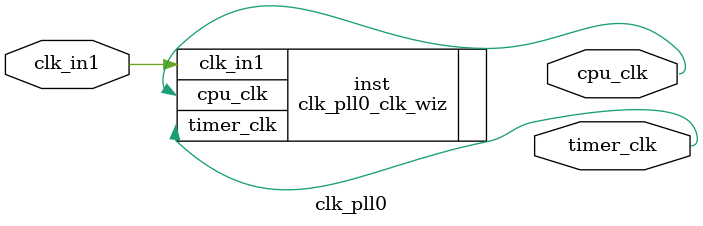
<source format=v>


`timescale 1ps/1ps

(* CORE_GENERATION_INFO = "clk_pll0,clk_wiz_v6_0_4_0_0,{component_name=clk_pll0,use_phase_alignment=true,use_min_o_jitter=false,use_max_i_jitter=false,use_dyn_phase_shift=false,use_inclk_switchover=false,use_dyn_reconfig=false,enable_axi=0,feedback_source=FDBK_AUTO,PRIMITIVE=PLL,num_out_clk=2,clkin1_period=10.000,clkin2_period=10.000,use_power_down=false,use_reset=false,use_locked=false,use_inclk_stopped=false,feedback_type=SINGLE,CLOCK_MGR_TYPE=NA,manual_override=false}" *)

module clk_pll0 
 (
  // Clock out ports
  output        cpu_clk,
  output        timer_clk,
 // Clock in ports
  input         clk_in1
 );

  clk_pll0_clk_wiz inst
  (
  // Clock out ports  
  .cpu_clk(cpu_clk),
  .timer_clk(timer_clk),
 // Clock in ports
  .clk_in1(clk_in1)
  );

endmodule

</source>
